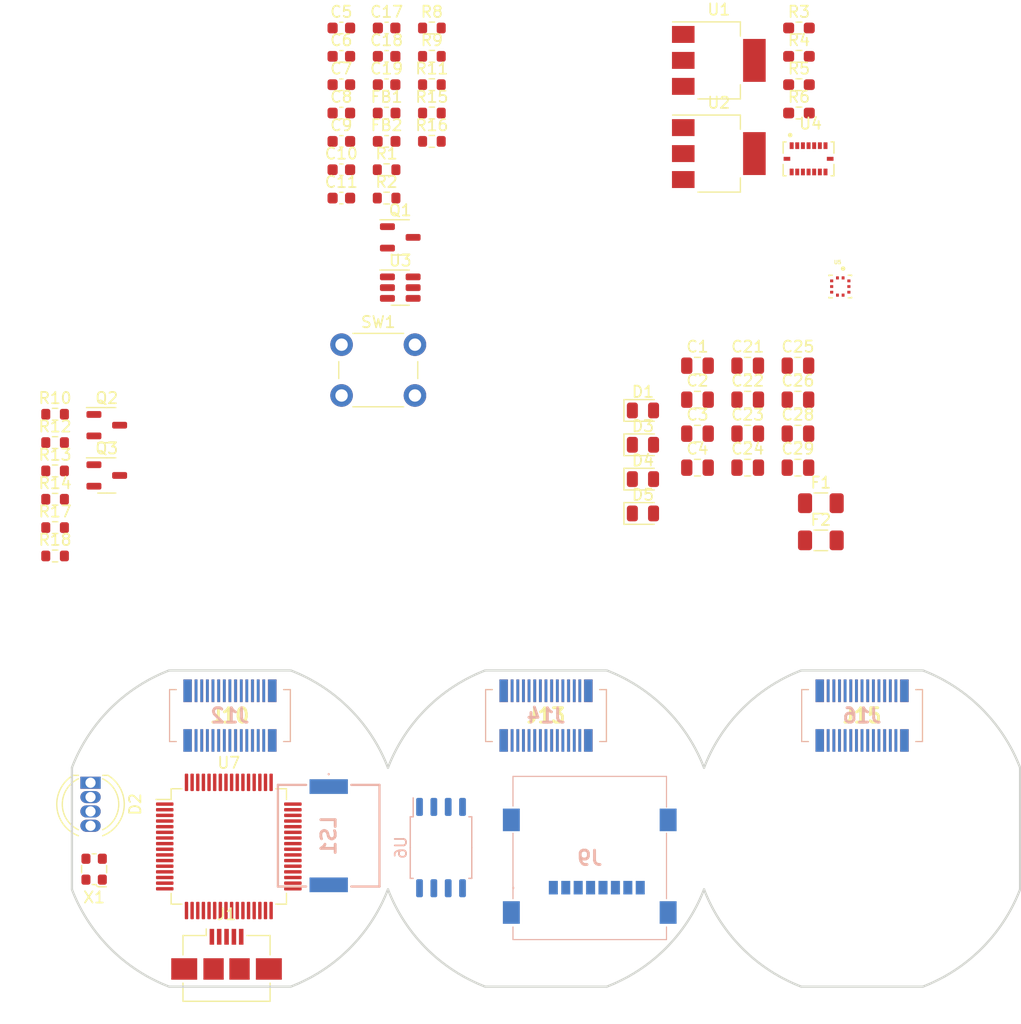
<source format=kicad_pcb>
(kicad_pcb (version 20221018) (generator pcbnew)
  (layers (0 "F.Cu" signal) (1 "In1.Cu" signal) (2 "In2.Cu" signal) (31 "B.Cu" signal) (34 "B.Paste" user) (35 "F.Paste" user) (36 "B.SilkS" user "B.Silkscreen") (37 "F.SilkS" user "F.Silkscreen") (38 "B.Mask" user) (39 "F.Mask" user) (44 "Edge.Cuts" user))
  (net 0 "")
  (net 1 "+12V")
  (net 2 "GND")
  (net 3 "+3V3")
  (net 4 "+5V")
  (net 5 "RESET")
  (net 6 "+3.3VA")
  (net 7 "Net-(U7-VCAP_2)")
  (net 8 "Net-(U7-VCAP_1)")
  (net 9 "VBUS")
  (net 10 "Net-(D3-A)")
  (net 11 "Net-(D4-A)")
  (net 12 "Net-(D5-A)")
  (net 13 "TOGGLED12V")
  (net 14 "Net-(Q1-D)")
  (net 15 "+12P")
  (net 16 "Net-(F2-Pad2)")
  (net 17 "USB CON D-")
  (net 18 "USB CON D+")
  (net 22 "CS SD")
  (net 23 "MOSI")
  (net 24 "SCK")
  (net 25 "MISO")
  (net 31 "BOOT0")
  (net 32 "USART2 TX")
  (net 33 "USART2 RX")
  (net 34 "SDA")
  (net 35 "SCL")
  (net 36 "SERVO1")
  (net 37 "SERVO2")
  (net 38 "SERVO3")
  (net 39 "SERVO4")
  (net 40 "ACCEL INT2")
  (net 41 "Net-(D2-K)")
  (net 42 "ACCEL INT1")
  (net 43 "P2 EN")
  (net 44 "GYRO INT3")
  (net 45 "PB14")
  (net 46 "GYRO INT4")
  (net 47 "PB15")
  (net 48 "BARO INT")
  (net 49 "BUZZER")
  (net 50 "Net-(U1-ADJ)")
  (net 51 "Net-(U2-ADJ)")
  (net 52 "Net-(R3-Pad2)")
  (net 53 "USB D+")
  (net 54 "USB D-")
  (net 57 "FLASH CS")
  (net 61 "OSCIN")
  (net 65 "BATT SENSE")
  (net 78 "LED BLUE")
  (net 79 "LED GREEN")
  (net 80 "LED RED")
  (net 84 "Net-(Q2-D)")
  (net 85 "P1 EN")
  (net 86 "Net-(Q3-D)")
  (net 87 "P2-")
  (net 88 "P1-")
  (footprint "Resistor_SMD:R_0603_1608Metric_Pad0.98x0.95mm_HandSolder" (layer "F.Cu") (at 171.66 36.2)
    (fp_text reference "R5" (at 0 -1.43) (layer "F.SilkS"))
    (fp_text value "240")
    (pad "1" smd roundrect (at -0.9125 0) (size 0.975 0.95) (layers "F.Cu" "F.Paste" "F.Mask") (net 3 "+3V3"))
    (pad "2" smd roundrect (at 0.9125 0) (size 0.975 0.95) (layers "F.Cu" "F.Paste" "F.Mask") (net 50 "Net-(U1-ADJ)"))
  )
  (footprint "Capacitor_SMD:C_0805_2012Metric" (layer "F.Cu") (at 171.57 61.08)
    (fp_text reference "C25" (at 0 -1.68) (layer "F.SilkS"))
    (fp_text value "1uf")
    (pad "1" smd roundrect (at -0.95 0) (size 1 1.45) (layers "F.Cu" "F.Paste" "F.Mask") (net 4 "+5V"))
    (pad "2" smd roundrect (at 0.95 0) (size 1 1.45) (layers "F.Cu" "F.Paste" "F.Mask") (net 2 "GND"))
  )
  (footprint "Package_TO_SOT_SMD:SOT-23-6" (layer "F.Cu") (at 136.34 54.17)
    (fp_text reference "U3" (at 0 -2.4) (layer "F.SilkS"))
    (fp_text value "USBLC6-2SC6")
    (pad "1" smd roundrect (at -1.1375 -0.95) (size 1.325 0.6) (layers "F.Cu" "F.Paste" "F.Mask") (net 17 "USB CON D-"))
    (pad "2" smd roundrect (at -1.1375 0) (size 1.325 0.6) (layers "F.Cu" "F.Paste" "F.Mask") (net 2 "GND"))
    (pad "3" smd roundrect (at -1.1375 0.95) (size 1.325 0.6) (layers "F.Cu" "F.Paste" "F.Mask") (net 18 "USB CON D+"))
    (pad "4" smd roundrect (at 1.1375 0.95) (size 1.325 0.6) (layers "F.Cu" "F.Paste" "F.Mask") (net 53 "USB D+"))
    (pad "5" smd roundrect (at 1.1375 0) (size 1.325 0.6) (layers "F.Cu" "F.Paste" "F.Mask") (net 9 "VBUS"))
    (pad "6" smd roundrect (at 1.1375 -0.95) (size 1.325 0.6) (layers "F.Cu" "F.Paste" "F.Mask") (net 54 "USB D-"))
  )
  (footprint "Package_TO_SOT_SMD:SOT-23-3" (layer "F.Cu") (at 136.34 49.72)
    (fp_text reference "Q1" (at 0 -2.4) (layer "F.SilkS"))
    (fp_text value "AO3401A")
    (pad "1" smd roundrect (at -1.1375 -0.95) (size 1.325 0.6) (layers "F.Cu" "F.Paste" "F.Mask") (net 2 "GND"))
    (pad "2" smd roundrect (at -1.1375 0.95) (size 1.325 0.6) (layers "F.Cu" "F.Paste" "F.Mask") (net 15 "+12P"))
    (pad "3" smd roundrect (at 1.1375 0) (size 1.325 0.6) (layers "F.Cu" "F.Paste" "F.Mask") (net 14 "Net-(Q1-D)"))
  )
  (footprint "LED_SMD:LED_0805_2012Metric" (layer "F.Cu") (at 157.84 74.165)
    (fp_text reference "D5" (at 0 -1.65) (layer "F.SilkS"))
    (fp_text value "LED")
    (pad "1" smd roundrect (at -0.9375 0) (size 0.975 1.4) (layers "F.Cu" "F.Paste" "F.Mask") (net 2 "GND"))
    (pad "2" smd roundrect (at 0.9375 0) (size 0.975 1.4) (layers "F.Cu" "F.Paste" "F.Mask") (net 12 "Net-(D5-A)"))
  )
  (footprint "SamacSys_Parts:AXK5S30347YG" (layer "F.Cu") (at 121.25 92.064835)
    (fp_text reference "J10" (at 0 0) (layer "F.SilkS") (effects (font (size 1.27 1.27) (thickness 0.254))))
    (fp_text value "AXK5S30347YG" hide)
    (pad "1" smd rect (at -3.75 2.2) (size 0.75 2) (layers "F.Cu" "F.Paste" "F.Mask") (net 3 "+3V3"))
    (pad "2" smd rect (at -3.75 -2.2) (size 0.75 2) (layers "F.Cu" "F.Paste" "F.Mask") (net 3 "+3V3"))
    (pad "3" smd rect (at -3 2.2) (size 0.25 2) (layers "F.Cu" "F.Paste" "F.Mask") (net 32 "USART2 TX"))
    (pad "4" smd rect (at -3 -2.2) (size 0.25 2) (layers "F.Cu" "F.Paste" "F.Mask") (net 4 "+5V"))
    (pad "5" smd rect (at -2.5 2.2) (size 0.25 2) (layers "F.Cu" "F.Paste" "F.Mask") (net 33 "USART2 RX"))
    (pad "6" smd rect (at -2.5 -2.2) (size 0.25 2) (layers "F.Cu" "F.Paste" "F.Mask") (net 4 "+5V"))
    (pad "7" smd rect (at -2 2.2) (size 0.25 2) (layers "F.Cu" "F.Paste" "F.Mask") (net 47 "PB15"))
    (pad "8" smd rect (at -2 -2.2) (size 0.25 2) (layers "F.Cu" "F.Paste" "F.Mask") (net 15 "+12P"))
    (pad "9" smd rect (at -1.5 2.2) (size 0.25 2) (layers "F.Cu" "F.Paste" "F.Mask") (net 34 "SDA"))
    (pad "10" smd rect (at -1.5 -2.2) (size 0.25 2) (layers "F.Cu" "F.Paste" "F.Mask") (net 15 "+12P"))
    (pad "11" smd rect (at -1 2.2) (size 0.25 2) (layers "F.Cu" "F.Paste" "F.Mask") (net 35 "SCL"))
    (pad "12" smd rect (at -1 -2.2) (size 0.25 2) (layers "F.Cu" "F.Paste" "F.Mask") (net 57 "FLASH CS"))
    (pad "13" smd rect (at -0.5 2.2) (size 0.25 2) (layers "F.Cu" "F.Paste" "F.Mask") (net 36 "SERVO1"))
    (pad "14" smd rect (at -0.5 -2.2) (size 0.25 2) (layers "F.Cu" "F.Paste" "F.Mask") (net 22 "CS SD"))
    (pad "15" smd rect (at 0 2.2) (size 0.25 2) (layers "F.Cu" "F.Paste" "F.Mask") (net 37 "SERVO2"))
    (pad "16" smd rect (at 0 -2.2) (size 0.25 2) (layers "F.Cu" "F.Paste" "F.Mask") (net 40 "ACCEL INT2"))
    (pad "17" smd rect (at 0.5 2.2) (size 0.25 2) (layers "F.Cu" "F.Paste" "F.Mask") (net 38 "SERVO3"))
    (pad "18" smd rect (at 0.5 -2.2) (size 0.25 2) (layers "F.Cu" "F.Paste" "F.Mask") (net 42 "ACCEL INT1"))
    (pad "19" smd rect (at 1 2.2) (size 0.25 2) (layers "F.Cu" "F.Paste" "F.Mask") (net 39 "SERVO4"))
    (pad "20" smd rect (at 1 -2.2) (size 0.25 2) (layers "F.Cu" "F.Paste" "F.Mask") (net 44 "GYRO INT3"))
    (pad "21" smd rect (at 1.5 2.2) (size 0.25 2) (layers "F.Cu" "F.Paste" "F.Mask") (net 24 "SCK"))
    (pad "22" smd rect (at 1.5 -2.2) (size 0.25 2) (layers "F.Cu" "F.Paste" "F.Mask") (net 46 "GYRO INT4"))
    (pad "23" smd rect (at 2 2.2) (size 0.25 2) (layers "F.Cu" "F.Paste" "F.Mask") (net 25 "MISO"))
    (pad "24" smd rect (at 2 -2.2) (size 0.25 2) (layers "F.Cu" "F.Paste" "F.Mask") (net 48 "BARO INT"))
    (pad "25" smd rect (at 2.5 2.2) (size 0.25 2) (layers "F.Cu" "F.Paste" "F.Mask") (net 23 "MOSI"))
    (pad "26" smd rect (at 2.5 -2.2) (size 0.25 2) (layers "F.Cu" "F.Paste" "F.Mask") (net 85 "P1 EN"))
    (pad "27" smd rect (at 3 2.2) (size 0.25 2) (layers "F.Cu" "F.Paste" "F.Mask") (net 45 "PB14"))
    (pad "28" smd rect (at 3 -2.2) (size 0.25 2) (layers "F.Cu" "F.Paste" "F.Mask") (net 43 "P2 EN"))
    (pad "29" smd rect (at 3.75 2.2) (size 0.75 2) (layers "F.Cu" "F.Paste" "F.Mask") (net 2 "GND"))
    (pad "30" smd rect (at 3.75 -2.2) (size 0.75 2) (layers "F.Cu" "F.Paste" "F.Mask") (net 2 "GND"))
  )
  (footprint "Capacitor_SMD:C_0603_1608Metric" (layer "F.Cu") (at 131.12 36.2)
    (fp_text reference "C7" (at 0 -1.43) (layer "F.SilkS"))
    (fp_text value "0.1uf")
    (pad "1" smd roundrect (at -0.775 0) (size 0.9 0.95) (layers "F.Cu" "F.Paste" "F.Mask") (net 3 "+3V3"))
    (pad "2" smd roundrect (at 0.775 0) (size 0.9 0.95) (layers "F.Cu" "F.Paste" "F.Mask") (net 2 "GND"))
  )
  (footprint "Fuse:Fuse_1206_3216Metric" (layer "F.Cu") (at 173.6 76.55)
    (fp_text reference "F2" (at 0 -1.82) (layer "F.SilkS"))
    (fp_text value "200ma")
    (pad "1" smd roundrect (at -1.4 0) (size 1.25 1.75) (layers "F.Cu" "F.Paste" "F.Mask") (roundrect_rratio 0.2) (net 15 "+12P"))
    (pad "2" smd roundrect (at 1.4 0) (size 1.25 1.75) (layers "F.Cu" "F.Paste" "F.Mask") (roundrect_rratio 0.2) (net 16 "Net-(F2-Pad2)"))
  )
  (footprint "Capacitor_SMD:C_0805_2012Metric" (layer "F.Cu") (at 171.57 70.11)
    (fp_text reference "C29" (at 0 -1.68) (layer "F.SilkS"))
    (fp_text value "1uf")
    (pad "1" smd roundrect (at -0.95 0) (size 1 1.45) (layers "F.Cu" "F.Paste" "F.Mask") (net 8 "Net-(U7-VCAP_1)"))
    (pad "2" smd roundrect (at 0.95 0) (size 1 1.45) (layers "F.Cu" "F.Paste" "F.Mask") (net 2 "GND"))
  )
  (footprint "Capacitor_SMD:C_0603_1608Metric" (layer "F.Cu") (at 131.12 33.69)
    (fp_text reference "C6" (at 0 -1.43) (layer "F.SilkS"))
    (fp_text value "0.1uf")
    (pad "1" smd roundrect (at -0.775 0) (size 0.9 0.95) (layers "F.Cu" "F.Paste" "F.Mask") (net 3 "+3V3"))
    (pad "2" smd roundrect (at 0.775 0) (size 0.9 0.95) (layers "F.Cu" "F.Paste" "F.Mask") (net 2 "GND"))
  )
  (footprint "Resistor_SMD:R_0603_1608Metric" (layer "F.Cu") (at 105.76 67.89)
    (fp_text reference "R12" (at 0 -1.43) (layer "F.SilkS"))
    (fp_text value "6k")
    (pad "1" smd roundrect (at -0.825 0) (size 0.8 0.95) (layers "F.Cu" "F.Paste" "F.Mask") (net 65 "BATT SENSE"))
    (pad "2" smd roundrect (at 0.825 0) (size 0.8 0.95) (layers "F.Cu" "F.Paste" "F.Mask") (net 2 "GND"))
  )
  (footprint "Resistor_SMD:R_0603_1608Metric_Pad0.98x0.95mm_HandSolder" (layer "F.Cu") (at 171.66 33.69)
    (fp_text reference "R4" (at 0 -1.43) (layer "F.SilkS"))
    (fp_text value "330")
    (pad "1" smd roundrect (at -0.9125 0) (size 0.975 0.95) (layers "F.Cu" "F.Paste" "F.Mask") (net 52 "Net-(R3-Pad2)"))
    (pad "2" smd roundrect (at 0.9125 0) (size 0.975 0.95) (layers "F.Cu" "F.Paste" "F.Mask") (net 2 "GND"))
  )
  (footprint "Capacitor_SMD:C_0805_2012Metric" (layer "F.Cu") (at 162.67 70.11)
    (fp_text reference "C4" (at 0 -1.68) (layer "F.SilkS"))
    (fp_text value "1uf")
    (pad "1" smd roundrect (at -0.95 0) (size 1 1.45) (layers "F.Cu" "F.Paste" "F.Mask") (net 4 "+5V"))
    (pad "2" smd roundrect (at 0.95 0) (size 1 1.45) (layers "F.Cu" "F.Paste" "F.Mask") (net 2 "GND"))
  )
  (footprint "Capacitor_SMD:C_0603_1608Metric" (layer "F.Cu") (at 135.13 36.2)
    (fp_text reference "C19" (at 0 -1.43) (layer "F.SilkS"))
    (fp_text value "0.1uf")
    (pad "1" smd roundrect (at -0.775 0) (size 0.9 0.95) (layers "F.Cu" "F.Paste" "F.Mask") (net 2 "GND"))
    (pad "2" smd roundrect (at 0.775 0) (size 0.9 0.95) (layers "F.Cu" "F.Paste" "F.Mask") (net 6 "+3.3VA"))
  )
  (footprint "Resistor_SMD:R_0603_1608Metric" (layer "F.Cu") (at 139.14 31.18)
    (fp_text reference "R8" (at 0 -1.43) (layer "F.SilkS"))
    (fp_text value "470")
    (pad "1" smd roundrect (at -0.825 0) (size 0.8 0.95) (layers "F.Cu" "F.Paste" "F.Mask") (net 11 "Net-(D4-A)"))
    (pad "2" smd roundrect (at 0.825 0) (size 0.8 0.95) (layers "F.Cu" "F.Paste" "F.Mask") (net 3 "+3V3"))
  )
  (footprint "LED_THT:LED_D5.0mm-4_RGB" (layer "F.Cu") (at 108.9 98.01 -90)
    (fp_text reference "D2" (at 1.905 -3.96 90) (layer "F.SilkS"))
    (fp_text value "LED_GKRB")
    (pad "1" thru_hole rect (at 0 0 270) (size 1.07 1.8) (drill 0.9) (layers "*.Cu" "*.Mask") (net 79 "LED GREEN"))
    (pad "2" thru_hole oval (at 1.27 0 270) (size 1.07 1.8) (drill 0.9) (layers "*.Cu" "*.Mask") (net 41 "Net-(D2-K)"))
    (pad "3" thru_hole oval (at 2.54 0 270) (size 1.07 1.8) (drill 0.9) (layers "*.Cu" "*.Mask") (net 80 "LED RED"))
    (pad "4" thru_hole oval (at 3.81 0 270) (size 1.07 1.8) (drill 0.9) (layers "*.Cu" "*.Mask") (net 78 "LED BLUE"))
  )
  (footprint "Capacitor_SMD:C_0603_1608Metric" (layer "F.Cu") (at 131.12 38.71)
    (fp_text reference "C8" (at 0 -1.43) (layer "F.SilkS"))
    (fp_text value "0.1uf")
    (pad "1" smd roundrect (at -0.775 0) (size 0.9 0.95) (layers "F.Cu" "F.Paste" "F.Mask") (net 3 "+3V3"))
    (pad "2" smd roundrect (at 0.775 0) (size 0.9 0.95) (layers "F.Cu" "F.Paste" "F.Mask") (net 2 "GND"))
  )
  (footprint "Package_TO_SOT_SMD:SOT-23-3" (layer "F.Cu") (at 110.34 66.35)
    (fp_text reference "Q2" (at 0 -2.4) (layer "F.SilkS"))
    (fp_text value "Q_NMOS_GSD")
    (pad "1" smd roundrect (at -1.1375 -0.95) (size 1.325 0.6) (layers "F.Cu" "F.Paste" "F.Mask") (net 43 "P2 EN"))
    (pad "2" smd roundrect (at -1.1375 0.95) (size 1.325 0.6) (layers "F.Cu" "F.Paste" "F.Mask") (net 2 "GND"))
    (pad "3" smd roundrect (at 1.1375 0) (size 1.325 0.6) (layers "F.Cu" "F.Paste" "F.Mask") (net 84 "Net-(Q2-D)"))
  )
  (footprint "Resistor_SMD:R_0603_1608Metric_Pad0.98x0.95mm_HandSolder" (layer "F.Cu") (at 171.66 31.18)
    (fp_text reference "R3" (at 0 -1.43) (layer "F.SilkS"))
    (fp_text value "400")
    (pad "1" smd roundrect (at -0.9125 0) (size 0.975 0.95) (layers "F.Cu" "F.Paste" "F.Mask") (net 51 "Net-(U2-ADJ)"))
    (pad "2" smd roundrect (at 0.9125 0) (size 0.975 0.95) (layers "F.Cu" "F.Paste" "F.Mask") (net 52 "Net-(R3-Pad2)"))
  )
  (footprint "Package_TO_SOT_SMD:SOT-23-3" (layer "F.Cu") (at 110.34 70.8)
    (fp_text reference "Q3" (at 0 -2.4) (layer "F.SilkS"))
    (fp_text value "Q_NMOS_GSD")
    (pad "1" smd roundrect (at -1.1375 -0.95) (size 1.325 0.6) (layers "F.Cu" "F.Paste" "F.Mask") (net 85 "P1 EN"))
    (pad "2" smd roundrect (at -1.1375 0.95) (size 1.325 0.6) (layers "F.Cu" "F.Paste" "F.Mask") (net 2 "GND"))
    (pad "3" smd roundrect (at 1.1375 0) (size 1.325 0.6) (layers "F.Cu" "F.Paste" "F.Mask") (net 86 "Net-(Q3-D)"))
  )
  (footprint "Oscillator:Oscillator_SMD_ECS_2520MV-xxx-xx-4Pin_2.5x2.0mm" (layer "F.Cu") (at 109.22 105.664 180)
    (fp_text reference "X1" (at 0 -2.5) (layer "F.SilkS"))
    (fp_text value "ECS-2520MV-xxx-xx")
    (pad "1" smd roundrect (at -0.725 -0.925 180) (size 0.8 0.9) (layers "F.Cu" "F.Paste" "F.Mask") (net 6 "+3.3VA"))
    (pad "2" smd roundrect (at -0.725 0.925 180) (size 0.8 0.9) (layers "F.Cu" "F.Paste" "F.Mask") (net 2 "GND"))
    (pad "3" smd roundrect (at 0.725 0.925 180) (size 0.8 0.9) (layers "F.Cu" "F.Paste" "F.Mask") (net 61 "OSCIN"))
    (pad "4" smd roundrect (at 0.725 -0.925 180) (size 0.8 0.9) (layers "F.Cu" "F.Paste" "F.Mask") (net 6 "+3.3VA"))
  )
  (footprint "Resistor_SMD:R_0603_1608Metric" (layer "F.Cu") (at 139.14 36.2)
    (fp_text reference "R11" (at 0 -1.43) (layer "F.SilkS"))
    (fp_text value "470")
    (pad "1" smd roundrect (at -0.825 0) (size 0.8 0.95) (layers "F.Cu" "F.Paste" "F.Mask") (net 10 "Net-(D3-A)"))
    (pad "2" smd roundrect (at 0.825 0) (size 0.8 0.95) (layers "F.Cu" "F.Paste" "F.Mask") (net 3 "+3V3"))
  )
  (footprint "Capacitor_SMD:C_0603_1608Metric" (layer "F.Cu") (at 131.12 43.73)
    (fp_text reference "C10" (at 0 -1.43) (layer "F.SilkS"))
    (fp_text value "0.1uf")
    (pad "1" smd roundrect (at -0.775 0) (size 0.9 0.95) (layers "F.Cu" "F.Paste" "F.Mask") (net 2 "GND"))
    (pad "2" smd roundrect (at 0.775 0) (size 0.9 0.95) (layers "F.Cu" "F.Paste" "F.Mask") (net 3 "+3V3"))
  )
  (footprint "Capacitor_SMD:C_0805_2012Metric" (layer "F.Cu") (at 162.67 67.1)
    (fp_text reference "C3" (at 0 -1.68) (layer "F.SilkS"))
    (fp_text value "1uf")
    (pad "1" smd roundrect (at -0.95 0) (size 1 1.45) (layers "F.Cu" "F.Paste" "F.Mask") (net 3 "+3V3"))
    (pad "2" smd roundrect (at 0.95 0) (size 1 1.45) (layers "F.Cu" "F.Paste" "F.Mask") (net 2 "GND"))
  )
  (footprint "Diode_SMD:D_0805_2012Metric" (layer "F.Cu") (at 157.84 65.045)
    (fp_text reference "D1" (at 0 -1.65) (layer "F.SilkS"))
    (fp_text value "D_Small")
    (pad "1" smd roundrect (at -0.9375 0) (size 0.975 1.4) (layers "F.Cu" "F.Paste" "F.Mask") (net 1 "+12V"))
    (pad "2" smd roundrect (at 0.9375 0) (size 0.975 1.4) (layers "F.Cu" "F.Paste" "F.Mask") (net 9 "VBUS"))
  )
  (footprint "Resistor_SMD:R_0603_1608Metric" (layer "F.Cu") (at 105.76 65.38)
    (fp_text reference "R10" (at 0 -1.43) (layer "F.SilkS"))
    (fp_text value "20k")
    (pad "1" smd roundrect (at -0.825 0) (size 0.8 0.95) (layers "F.Cu" "F.Paste" "F.Mask") (net 1 "+12V"))
    (pad "2" smd roundrect (at 0.825 0) (size 0.8 0.95) (layers "F.Cu" "F.Paste" "F.Mask") (net 65 "BATT SENSE"))
  )
  (footprint "Capacitor_SMD:C_0805_2012Metric" (layer "F.Cu") (at 171.57 67.1)
    (fp_text reference "C28" (at 0 -1.68) (layer "F.SilkS"))
    (fp_text value "2u2")
    (pad "1" smd roundrect (at -0.95 0) (size 1 1.45) (layers "F.Cu" "F.Paste" "F.Mask") (net 7 "Net-(U7-VCAP_2)"))
    (pad "2" smd roundrect (at 0.95 0) (size 1 1.45) (layers "F.Cu" "F.Paste" "F.Mask") (net 2 "GND"))
  )
  (footprint "Resistor_SMD:R_0603_1608Metric" (layer "F.Cu") (at 105.76 70.4)
    (fp_text reference "R13" (at 0 -1.43) (layer "F.SilkS"))
    (fp_text value "470")
    (pad "1" smd roundrect (at -0.825 0) (size 0.8 0.95) (layers "F.Cu" "F.Paste" "F.Mask") (net 2 "GND"))
    (pad "2" smd roundrect (at 0.825 0) (size 0.8 0.95) (layers "F.Cu" "F.Paste" "F.Mask") (net 43 "P2 EN"))
  )
  (footprint "SnapEDA Library:XDCR_BMP390L" (layer "F.Cu") (at 175.32 54.0725)
    (fp_text reference "U5" (at -0.234 -2.1532) (layer "F.SilkS") (effects (font (size 0.32 0.32))))
    (fp_text value "BMP390L")
    (pad "1" smd rect (at 0.25 -0.7625) (size 0.25 0.275) (layers "F.Cu" "F.Paste" "F.Mask") (net 3 "+3V3"))
    (pad "2" smd rect (at -0.25 -0.7625) (size 0.25 0.275) (layers "F.Cu" "F.Paste" "F.Mask") (net 35 "SCL"))
    (pad "3" smd rect (at -0.7625 -0.5) (size 0.275 0.25) (layers "F.Cu" "F.Paste" "F.Mask") (net 2 "GND"))
    (pad "4" smd rect (at -0.7625 0) (size 0.275 0.25) (layers "F.Cu" "F.Paste" "F.Mask") (net 34 "SDA"))
    (pad "5" smd rect (at -0.7625 0.5) (size 0.275 0.25) (layers "F.Cu" "F.Paste" "F.Mask") (net 2 "GND"))
    (pad "6" smd rect (at -0.25 0.7625) (size 0.25 0.275) (layers "F.Cu" "F.Paste" "F.Mask") (net 3 "+3V3"))
    (pad "7" smd rect (at 0.25 0.7625) (size 0.25 0.275) (layers "F.Cu" "F.Paste" "F.Mask") (net 48 "BARO INT"))
    (pad "8" smd rect (at 0.7625 0.5) (size 0.275 0.25) (layers "F.Cu" "F.Paste" "F.Mask") (net 2 "GND"))
    (pad "9" smd rect (at 0.7625 0) (size 0.275 0.25) (layers "F.Cu" "F.Paste" "F.Mask") (net 2 "GND"))
    (pad "10" smd rect (at 0.7625 -0.5) (size 0.275 0.25) (layers "F.Cu" "F.Paste" "F.Mask") (net 3 "+3V3"))
  )
  (footprint "SamacSys_Parts:AXK5S30347YG" (layer "F.Cu") (at 149.25 92.064835)
    (fp_text reference "J13" (at 0 0) (layer "F.SilkS") (effects (font (size 1.27 1.27) (thickness 0.254))))
    (fp_text value "AXK5S30347YG" hide)
    (pad "1" smd rect (at -3.75 2.2) (size 0.75 2) (layers "F.Cu" "F.Paste" "F.Mask") (net 3 "+3V3"))
    (pad "2" smd rect (at -3.75 -2.2) (size 0.75 2) (layers "F.Cu" "F.Paste" "F.Mask") (net 3 "+3V3"))
    (pad "3" smd rect (at -3 2.2) (size 0.25 2) (layers "F.Cu" "F.Paste" "F.Mask") (net 32 "USART2 TX"))
    (pad "4" smd rect (at -3 -2.2) (size 0.25 2) (layers "F.Cu" "F.Paste" "F.Mask") (net 4 "+5V"))
    (pad "5" smd rect (at -2.5 2.2) (size 0.25 2) (layers "F.Cu" "F.Paste" "F.Mask") (net 33 "USART2 RX"))
    (pad "6" smd rect (at -2.5 -2.2) (size 0.25 2) (layers "F.Cu" "F.Paste" "F.Mask") (net 4 "+5V"))
    (pad "7" smd rect (at -2 2.2) (size 0.25 2) (layers "F.Cu" "F.Paste" "F.Mask") (net 47 "PB15"))
    (pad "8" smd rect (at -2 -2.2) (size 0.25 2) (layers "F.Cu" "F.Paste" "F.Mask") (net 15 "+12P"))
    (pad "9" smd rect (at -1.5 2.2) (size 0.25 2) (layers "F.Cu" "F.Paste" "F.Mask") (net 34 "SDA"))
    (pad "10" smd rect (at -1.5 -2.2) (size 0.25 2) (layers "F.Cu" "F.Paste" "F.Mask") (net 15 "+12P"))
    (pad "11" smd rect (at -1 2.2) (size 0.25 2) (layers "F.Cu" "F.Paste" "F.Mask") (net 35 "SCL"))
    (pad "12" smd rect (at -1 -2.2) (size 0.25 2) (layers "F.Cu" "F.Paste" "F.Mask") (net 57 "FLASH CS"))
    (pad "13" smd rect (at -0.5 2.2) (size 0.25 2) (layers "F.Cu" "F.Paste" "F.Mask") (net 36 "SERVO1"))
    (pad "14" smd rect (at -0.5 -2.2) (size 0.25 2) (layers "F.Cu" "F.Paste" "F.Mask") (net 22 "CS SD"))
    (pad "15" smd rect (at 0 2.2) (size 0.25 2) (layers "F.Cu" "F.Paste" "F.Mask") (net 37 "SERVO2"))
    (pad "16" smd rect (at 0 -2.2) (size 0.25 2) (layers "F.Cu" "F.Paste" "F.Mask") (net 40 "ACCEL INT2"))
    (pad "17" smd rect (at 0.5 2.2) (size 0.25 2) (layers "F.Cu" "F.Paste" "F.Mask") (net 38 "SERVO3"))
    (pad "18" smd rect (at 0.5 -2.2) (size 0.25 2) (layers "F.Cu" "F.Paste" "F.Mask") (net 42 "ACCEL INT1"))
    (pad "19" smd rect (at 1 2.2) (size 0.25 2) (layers "F.Cu" "F.Paste" "F.Mask") (net 39 "SERVO4"))
    (pad "20" smd rect (at 1 -2.2) (size 0.25 2) (layers "F.Cu" "F.Paste" "F.Mask") (net 44 "GYRO INT3"))
    (pad "21" smd rect (at 1.5 2.2) (size 0.25 2) (layers "F.Cu" "F.Paste" "F.Mask") (net 24 "SCK"))
    (pad "22" smd rect (at 1.5 -2.2) (size 0.25 2) (layers "F.Cu" "F.Paste" "F.Mask") (net 46 "GYRO INT4"))
    (pad "23" smd rect (at 2 2.2) (size 0.25 2) (layers "F.Cu" "F.Paste" "F.Mask") (net 25 "MISO"))
    (pad "24" smd rect (at 2 -2.2) (size 0.25 2) (layers "F.Cu" "F.Paste" "F.Mask") (net 48 "BARO INT"))
    (pad "25" smd rect (at 2.5 2.2) (size 0.25 2) (layers "F.Cu" "F.Paste" "F.Mask") (net 23 "MOSI"))
    (pad "26" smd rect (at 2.5 -2.2) (size 0.25 2) (layers "F.Cu" "F.Paste" "F.Mask") (net 85 "P1 EN"))
    (pad "27" smd rect (at 3 2.2) (size 0.25 2) (layers "F.Cu" "F.Paste" "F.Mask") (net 45 "PB14"))
    (pad "28" smd rect (at 3 -2.2) (size 0.25 2) (layers "F.Cu" "F.Paste" "F.Mask") (net 43 "P2 EN"))
    (pad "29" smd rect (at 3.75 2.2) (size 0.75 2) (layers "F.Cu" "F.Paste" "F.Mask") (net 2 "GND"))
    (pad "30" smd rect (at 3.75 -2.2) (size 0.75 2) (layers "F.Cu" "F.Paste" "F.Mask") (net 2 "GND"))
  )
  (footprint "Resistor_SMD:R_0603_1608Metric" (layer "F.Cu") (at 105.76 72.91)
    (fp_text reference "R14" (at 0 -1.43) (layer "F.SilkS"))
    (fp_text value "10")
    (pad "1" smd roundrect (at -0.825 0) (size 0.8 0.95) (layers "F.Cu" "F.Paste" "F.Mask") (net 87 "P2-"))
    (pad "2" smd roundrect (at 0.825 0) (size 0.8 0.95) (layers "F.Cu" "F.Paste" "F.Mask") (net 84 "Net-(Q2-D)"))
  )
  (footprint "Resistor_SMD:R_0603_1608Metric_Pad0.98x0.95mm_HandSolder" (layer "F.Cu") (at 171.66 38.71)
    (fp_text reference "R6" (at 0 -1.43) (layer "F.SilkS"))
    (fp_text value "240")
    (pad "1" smd roundrect (at -0.9125 0) (size 0.975 0.95) (layers "F.Cu" "F.Paste" "F.Mask") (net 4 "+5V"))
    (pad "2" smd roundrect (at 0.9125 0) (size 0.975 0.95) (layers "F.Cu" "F.Paste" "F.Mask") (net 51 "Net-(U2-ADJ)"))
  )
  (footprint "LED_SMD:LED_0805_2012Metric" (layer "F.Cu") (at 157.84 68.085)
    (fp_text reference "D3" (at 0 -1.65) (layer "F.SilkS"))
    (fp_text value "LED")
    (pad "1" smd roundrect (at -0.9375 0) (size 0.975 1.4) (layers "F.Cu" "F.Paste" "F.Mask") (net 2 "GND"))
    (pad "2" smd roundrect (at 0.9375 0) (size 0.975 1.4) (layers "F.Cu" "F.Paste" "F.Mask") (net 10 "Net-(D3-A)"))
  )
  (footprint "Capacitor_SMD:C_0805_2012Metric" (layer "F.Cu") (at 162.67 64.09)
    (fp_text reference "C2" (at 0 -1.68) (layer "F.SilkS"))
    (fp_text value "0.1uf")
    (pad "1" smd roundrect (at -0.95 0) (size 1 1.45) (layers "F.Cu" "F.Paste" "F.Mask") (net 1 "+12V"))
    (pad "2" smd roundrect (at 0.95 0) (size 1 1.45) (layers "F.Cu" "F.Paste" "F.Mask") (net 2 "GND"))
  )
  (footprint "SnapEDA Library:PQFN50P450X300X100-16N" (layer "F.Cu") (at 172.51 42.765)
    (fp_text reference "U4" (at 0.178 -3.121) (layer "F.SilkS"))
    (fp_text value "BMI088")
    (pad "1" smd rect (at -1.5 -1.165 270) (size 0.59 0.35) (layers "F.Cu" "F.Paste" "F.Mask") (net 40 "ACCEL INT2"))
    (pad "2" smd rect (at -1 -1.165 270) (size 0.59 0.35) (layers "F.Cu" "F.Paste" "F.Mask"))
    (pad "3" smd rect (at -0.5 -1.165 270) (size 0.59 0.35) (layers "F.Cu" "F.Paste" "F.Mask") (net 3 "+3V3"))
    (pad "4" smd rect (at 0 -1.165 270) (size 0.59 0.35) (layers "F.Cu" "F.Paste" "F.Mask") (net 2 "GND"))
    (pad "5" smd rect (at 0.5 -1.165 270) (size 0.59 0.35) (layers "F.Cu" "F.Paste" "F.Mask"))
    (pad "6" smd rect (at 1 -1.165 270) (size 0.59 0.35) (layers "F.Cu" "F.Paste" "F.Mask") (net 2 "GND"))
    (pad "7" smd rect (at 1.5 -1.165 270) (size 0.59 0.35) (layers "F.Cu" "F.Paste" "F.Mask") (net 3 "+3V3"))
    (pad "8" smd rect (at 1.915 0 180) (size 0.59 0.35) (layers "F.Cu" "F.Paste" "F.Mask") (net 35 "SCL"))
    (pad "9" smd rect (at 1.5 1.165 90) (size 0.59 0.35) (layers "F.Cu" "F.Paste" "F.Mask") (net 34 "SDA"))
    (pad "10" smd rect (at 1 1.165 90) (size 0.59 0.35) (layers "F.Cu" "F.Paste" "F.Mask") (net 2 "GND"))
    (pad "11" smd rect (at 0.5 1.165 90) (size 0.59 0.35) (layers "F.Cu" "F.Paste" "F.Mask") (net 3 "+3V3"))
    (pad "12" smd rect (at 0 1.165 90) (size 0.59 0.35) (layers "F.Cu" "F.Paste" "F.Mask") (net 44 "GYRO INT3"))
    (pad "13" smd rect (at -0.5 1.165 90) (size 0.59 0.35) (layers "F.Cu" "F.Paste" "F.Mask") (net 46 "GYRO INT4"))
    (pad "14" smd rect (at -1 1.165 90) (size 0.59 0.35) (layers "F.Cu" "F.Paste" "F.Mask") (net 3 "+3V3"))
    (pad "15" smd rect (at -1.5 1.165 90) (size 0.59 0.35) (layers "F.Cu" "F.Paste" "F.Mask") (net 2 "GND"))
    (pad "16" smd rect (at -1.915 0) (size 0.59 0.35) (layers "F.Cu" "F.Paste" "F.Mask") (net 42 "ACCEL INT1"))
  )
  (footprint "Capacitor_SMD:C_0805_2012Metric" (layer "F.Cu") (at 167.12 70.11)
    (fp_text reference "C24" (at 0 -1.68) (layer "F.SilkS"))
    (fp_text value "1uf")
    (pad "1" smd roundrect (at -0.95 0) (size 1 1.45) (layers "F.Cu" "F.Paste" "F.Mask") (net 3 "+3V3"))
    (pad "2" smd roundrect (at 0.95 0) (size 1 1.45) (layers "F.Cu" "F.Paste" "F.Mask") (net 2 "GND"))
  )
  (footprint "Capacitor_SMD:C_0603_1608Metric" (layer "F.Cu") (at 135.13 33.69)
    (fp_text reference "C18" (at 0 -1.43) (layer "F.SilkS"))
    (fp_text value "1uf")
    (pad "1" smd roundrect (at -0.775 0) (size 0.9 0.95) (layers "F.Cu" "F.Paste" "F.Mask") (net 2 "GND"))
    (pad "2" smd roundrect (at 0.775 0) (size 0.9 0.95) (layers "F.Cu" "F.Paste" "F.Mask") (net 6 "+3.3VA"))
  )
  (footprint "Resistor_SMD:R_0603_1608Metric" (layer "F.Cu") (at 135.13 46.24)
    (fp_text reference "R2" (at 0 -1.43) (layer "F.SilkS"))
    (fp_text value "1k5")
    (pad "1" smd roundrect (at -0.825 0) (size 0.8 0.95) (layers "F.Cu" "F.Paste" "F.Mask") (net 3 "+3V3"))
    (pad "2" smd roundrect (at 0.825 0) (size 0.8 0.95) (layers "F.Cu" "F.Paste" "F.Mask") (net 18 "USB CON D+"))
  )
  (footprint "Fuse:Fuse_1206_3216Metric" (layer "F.Cu") (at 173.6 73.26)
    (fp_text reference "F1" (at 0 -1.82) (layer "F.SilkS"))
    (fp_text value "1a")
    (pad "1" smd roundrect (at -1.4 0) (size 1.25 1.75) (layers "F.Cu" "F.Paste" "F.Mask") (roundrect_rratio 0.2) (net 13 "TOGGLED12V"))
    (pad "2" smd roundrect (at 1.4 0) (size 1.25 1.75) (layers "F.Cu" "F.Paste" "F.Mask") (roundrect_rratio 0.2) (net 14 "Net-(Q1-D)"))
  )
  (footprint "Capacitor_SMD:C_0805_2012Metric" (layer "F.Cu") (at 167.12 64.09)
    (fp_text reference "C22" (at 0 -1.68) (layer "F.SilkS"))
    (fp_text value "1uf")
    (pad "1" smd roundrect (at -0.95 0) (size 1 1.45) (layers "F.Cu" "F.Paste" "F.Mask") (net 4 "+5V"))
    (pad "2" smd roundrect (at 0.95 0) (size 1 1.45) (layers "F.Cu" "F.Paste" "F.Mask") (net 2 "GND"))
  )
  (footprint "LED_SMD:LED_0805_2012Metric" (layer "F.Cu") (at 157.84 71.125)
    (fp_text reference "D4" (at 0 -1.65) (layer "F.SilkS"))
    (fp_text value "LED")
    (pad "1" smd roundrect (at -0.9375 0) (size 0.975 1.4) (layers "F.Cu" "F.Paste" "F.Mask") (net 2 "GND"))
    (pad "2" smd roundrect (at 0.9375 0) (size 0.975 1.4) (layers "F.Cu" "F.Paste" "F.Mask") (net 11 "Net-(D4-A)"))
  )
  (footprint "Package_TO_SOT_SMD:SOT-223-3_TabPin2" (layer "F.Cu") (at 164.56 42.3)
    (fp_text reference "U2" (at 0 -4.5) (layer "F.SilkS"))
    (fp_text value "LM317_SOT-223")
    (pad "1" smd rect (at -3.15 -2.3) (size 2 1.5) (layers "F.Cu" "F.Paste" "F.Mask") (net 51 "Net-(U2-ADJ)"))
    (pad "2" smd rect (at -3.15 0) (size 2 1.5) (layers "F.Cu" "F.Paste" "F.Mask") (net 4 "+5V"))
    (pad "2" smd rect (at 3.15 0) (size 2 3.8) (layers "F.Cu" "F.Paste" "F.Mask") (net 4 "+5V"))
    (pad "3" smd rect (at -3.15 2.3) (size 2 1.5) (layers "F.Cu" "F.Paste" "F.Mask") (net 1 "+12V"))
  )
  (footprint "Capacitor_SMD:C_0603_1608Metric" (layer "F.Cu") (at 131.12 31.18)
    (fp_text reference "C5" (at 0 -1.43) (layer "F.SilkS"))
    (fp_text value "0.1uf")
    (pad "1" smd roundrect (at -0.775 0) (size 0.9 0.95) (layers "F.Cu" "F.Paste" "F.Mask") (net 3 "+3V3"))
    (pad "2" smd roundrect (at 0.775 0) (size 0.9 0.95) (layers "F.Cu" "F.Paste" "F.Mask") (net 2 "GND"))
  )
  (footprint "Capacitor_SMD:C_0603_1608Metric" (layer "F.Cu") (at 131.12 46.24)
    (fp_text reference "C11" (at 0 -1.43) (layer "F.SilkS"))
    (fp_text value "100nf")
    (pad "1" smd roundrect (at -0.775 0) (size 0.9 0.95) (layers "F.Cu" "F.Paste" "F.Mask") (net 2 "GND"))
    (pad "2" smd roundrect (at 0.775 0) (size 0.9 0.95) (layers "F.Cu" "F.Paste" "F.Mask") (net 5 "RESET"))
  )
  (footprint "Resistor_SMD:R_0603_1608Metric" (layer "F.Cu") (at 139.14 41.22)
    (fp_text reference "R16" (at 0 -1.43) (layer "F.SilkS"))
    (fp_text value "2k2")
    (pad "1" smd roundrect (at -0.825 0) (size 0.8 0.95) (layers "F.Cu" "F.Paste" "F.Mask") (net 3 "+3V3"))
    (pad "2" smd roundrect (at 0.825 0) (size 0.8 0.95) (layers "F.Cu" "F.Paste" "F.Mask") (net 34 "SDA"))
  )
  (footprint "Capacitor_SMD:C_0805_2012Metric" (layer "F.Cu") (at 162.67 61.08)
    (fp_text reference "C1" (at 0 -1.68) (layer "F.SilkS"))
    (fp_text value "0.1uf")
    (pad "1" smd roundrect (at -0.95 0) (size 1 1.45) (layers "F.Cu" "F.Paste" "F.Mask") (net 1 "+12V"))
    (pad "2" smd roundrect (at 0.95 0) (size 1 1.45) (layers "F.Cu" "F.Paste" "F.Mask") (net 2 "GND"))
  )
  (footprint "Connector_USB:USB_Micro-B_Amphenol_10104110_Horizontal" (layer "F.Cu") (at 120.95 113.2)
    (fp_text reference "J1" (at 0 -3.55) (layer "F.SilkS"))
    (fp_text value "USB_B_Micro")
    (pad "1" smd rect (at -1.3 -1.55) (size 0.4 1.4) (layers "F.Cu" "F.Paste" "F.Mask") (net 9 "VBUS"))
    (pad "2" smd rect (at -0.65 -1.55) (size 0.4 1.4) (layers "F.Cu" "F.Paste" "F.Mask") (net 17 "USB CON D-"))
    (pad "3" smd rect (at 0 -1.55) (size 0.4 1.4) (layers "F.Cu" "F.Paste" "F.Mask") (net 18 "USB CON D+"))
    (pad "4" smd rect (at 0.65 -1.55) (size 0.4 1.4) (layers "F.Cu" "F.Paste" "F.Mask"))
    (pad "5" smd rect (at 1.3 -1.55) (size 0.4 1.4) (layers "F.Cu" "F.Paste" "F.Mask") (net 2 "GND"))
    (pad "6" smd rect (at -3.75 1.3) (size 2.3 1.9) (layers "F.Cu" "F.Paste" "F.Mask"))
    (pad "6" smd rect (at -1.15 1.3) (size 1.8 1.9) (layers "F.Cu" "F.Paste" "F.Mask"))
    (pad "6" smd rect (at 1.15 1.3) (size 1.8 1.9) (layers "F.Cu" "F.Paste" "F.Mask"))
    (pad "6" smd rect (at 3.75 1.3) (size 2.3 1.9) (layers "F.Cu" "F.Paste" "F.Mask"))
  )
  (footprint "Package_TO_SOT_SMD:SOT-223-3_TabPin2" (layer "F.Cu") (at 164.56 34.05)
    (fp_text reference "U1" (at 0 -4.5) (layer "F.SilkS"))
    (fp_text value "LM317_SOT-223")
    (pad "1" smd rect (at -3.15 -2.3) (size 2 1.5) (layers "F.Cu" "F.Paste" "F.Mask") (net 50 "Net-(U1-ADJ)"))
    (pad "2" smd rect (at -3.15 0) (size 2 1.5) (layers "F.Cu" "F.Paste" "F.Mask") (net 3 "+3V3"))
    (pad "2" smd rect (at 3.15 0) (size 2 3.8) (layers "F.Cu" "F.Paste" "F.Mask") (net 3 "+3V3"))
    (pad "3" smd rect (at -3.15 2.3) (size 2 1.5) (layers "F.Cu" "F.Paste" "F.Mask") (net 1 "+12V"))
  )
  (footprint "Capacitor_SMD:C_0603_1608Metric" (layer "F.Cu") (at 135.13 31.18)
    (fp_text reference "C17" (at 0 -1.43) (layer "F.SilkS"))
    (fp_text value "1uf")
    (pad "1" smd roundrect (at -0.775 0) (size 0.9 0.95) (layers "F.Cu" "F.Paste" "F.Mask") (net 2 "GND"))
    (pad "2" smd roundrect (at 0.775 0) (size 0.9 0.95) (layers "F.Cu" "F.Paste" "F.Mask") (net 3 "+3V3"))
  )
  (footprint "Inductor_SMD:L_0603_1608Metric" (layer "F.Cu") (at 135.13 41.22)
    (fp_text reference "FB2" (at 0 -1.43) (layer "F.SilkS"))
    (fp_text value "600 @ 600MHz")
    (pad "1" smd roundrect (at -0.7875 0) (size 0.875 0.95) (layers "F.Cu" "F.Paste" "F.Mask") (net 6 "+3.3VA"))
    (pad "2" smd roundrect (at 0.7875 0) (size 0.875 0.95) (layers "F.Cu" "F.Paste" "F.Mask") (net 3 "+3V3"))
  )
  (footprint "Resistor_SMD:R_0603_1608Metric" (layer "F.Cu") (at 105.76 77.93)
    (fp_text reference "R18" (at 0 -1.43) (layer "F.SilkS"))
    (fp_text value "10")
    (pad "1" smd roundrect (at -0.825 0) (size 0.8 0.95) (layers "F.Cu" "F.Paste" "F.Mask") (net 88 "P1-"))
    (pad "2" smd roundrect (at 0.825 0) (size 0.8 0.95) (layers "F.Cu" "F.Paste" "F.Mask") (net 86 "Net-(Q3-D)"))
  )
  (footprint "Capacitor_SMD:C_0805_2012Metric" (layer "F.Cu") (at 167.12 67.1)
    (fp_text reference "C23" (at 0 -1.68) (layer "F.SilkS"))
    (fp_text value "1uf")
    (pad "1" smd roundrect (at -0.95 0) (size 1 1.45) (layers "F.Cu" "F.Paste" "F.Mask") (net 4 "+5V"))
    (pad "2" smd roundrect (at 0.95 0) (size 1 1.45) (layers "F.Cu" "F.Paste" "F.Mask") (net 2 "GND"))
  )
  (footprint "Resistor_SMD:R_0603_1608Metric" (layer "F.Cu") (at 135.13 43.73)
    (fp_text reference "R1" (at 0 -1.43) (layer "F.SilkS"))
    (fp_text value "400")
    (pad "1" smd roundrect (at -0.825 0) (size 0.8 0.95) (layers "F.Cu" "F.Paste" "F.Mask") (net 50 "Net-(U1-ADJ)"))
    (pad "2" smd roundrect (at 0.825 0) (size 0.8 0.95) (layers "F.Cu" "F.Paste" "F.Mask") (net 2 "GND"))
  )
  (footprint "Resistor_SMD:R_0603_1608Metric" (layer "F.Cu") (at 139.14 33.69)
    (fp_text reference "R9" (at 0 -1.43) (layer "F.SilkS"))
    (fp_text value "470")
    (pad "1" smd roundrect (at -0.825 0) (size 0.8 0.95) (layers "F.Cu" "F.Paste" "F.Mask") (net 12 "Net-(D5-A)"))
    (pad "2" smd roundrect (at 0.825 0) (size 0.8 0.95) (layers "F.Cu" "F.Paste" "F.Mask") (net 3 "+3V3"))
  )
  (footprint "Capacitor_SMD:C_0805_2012Metric" (layer "F.Cu") (at 171.57 64.09)
    (fp_text reference "C26" (at 0 -1.68) (layer "F.SilkS"))
    (fp_text value "1uf")
    (pad "1" smd roundrect (at -0.95 0) (size 1 1.45) (layers "F.Cu" "F.Paste" "F.Mask") (net 3 "+3V3"))
    (pad "2" smd roundrect (at 0.95 0) (size 1 1.45) (layers "F.Cu" "F.Paste" "F.Mask") (net 2 "GND"))
  )
  (footprint "SamacSys_Parts:AXK5S30347YG" (layer "F.Cu") (at 177.25 92.064835)
    (fp_text reference "J15" (at 0 0) (layer "F.SilkS") (effects (font (size 1.27 1.27) (thickness 0.254))))
    (fp_text value "AXK5S30347YG" hide)
    (pad "1" smd rect (at -3.75 2.2) (size 0.75 2) (layers "F.Cu" "F.Paste" "F.Mask") (net 3 "+3V3"))
    (pad "2" smd rect (at -3.75 -2.2) (size 0.75 2) (layers "F.Cu" "F.Paste" "F.Mask") (net 3 "+3V3"))
    (pad "3" smd rect (at -3 2.2) (size 0.25 2) (layers "F.Cu" "F.Paste" "F.Mask") (net 32 "USART2 TX"))
    (pad "4" smd rect (at -3 -2.2) (size 0.25 2) (layers "F.Cu" "F.Paste" "F.Mask") (net 4 "+5V"))
    (pad "5" smd rect (at -2.5 2.2) (size 0.25 2) (layers "F.Cu" "F.Paste" "F.Mask") (net 33 "USART2 RX"))
    (pad "6" smd rect (at -2.5 -2.2) (size 0.25 2) (layers "F.Cu" "F.Paste" "F.Mask") (net 4 "+5V"))
    (pad "7" smd rect (at -2 2.2) (size 0.25 2) (layers "F.Cu" "F.Paste" "F.Mask") (net 47 "PB15"))
    (pad "8" smd rect (at -2 -2.2) (size 0.25 2) (layers "F.Cu" "F.Paste" "F.Mask") (net 15 "+12P"))
    (pad "9" smd rect (at -1.5 2.2) (size 0.25 2) (layers "F.Cu" "F.Paste" "F.Mask") (net 34 "SDA"))
    (pad "10" smd rect (at -1.5 -2.2) (size 0.25 2) (layers "F.Cu" "F.Paste" "F.Mask") (net 15 "+12P"))
    (pad "11" smd rect (at -1 2.2) (size 0.25 2) (layers "F.Cu" "F.Paste" "F.Mask") (net 35 "SCL"))
    (pad "12" smd rect (at -1 -2.2) (size 0.25 2) (layers "F.Cu" "F.Paste" "F.Mask") (net 57 "FLASH CS"))
    (pad "13" smd rect (at -0.5 2.2) (size 0.25 2) (layers "F.Cu" "F.Paste" "F.Mask") (net 36 "SERVO1"))
    (pad "14" smd rect (at -0.5 -2.2) (size 0.25 2) (layers "F.Cu" "F.Paste" "F.Mask") (net 22 "CS SD"))
    (pad "15" smd rect (at 0 2.2) (size 0.25 2) (layers "F.Cu" "F.Paste" "F.Mask") (net 37 "SERVO2"))
    (pad "16" smd rect (at 0 -2.2) (size 0.25 2) (layers "F.Cu" "F.Paste" "F.Mask") (net 40 "ACCEL INT2"))
    (pad "17" smd rect (at 0.5 2.2) (size 0.25 2) (layers "F.Cu" "F.Paste" "F.Mask") (net 38 "SERVO3"))
    (pad "18" smd rect (at 0.5 -2.2) (size 0.25 2) (layers "F.Cu" "F.Paste" "F.Mask") (net 42 "ACCEL INT1"))
    (pad "19" smd rect (at 1 2.2) (size 0.25 2) (layers "F.Cu" "F.Paste" "F.Mask") (net 39 "SERVO4"))
    (pad "20" smd rect (at 1 -2.2) (size 0.25 2) (layers "F.Cu" "F.Paste" "F.Mask") (net 44 "GYRO INT3"))
    (pad "21" smd rect (at 1.5 2.2) (size 0.25 2) (layers "F.Cu" "F.Paste" "F.Mask") (net 24 "SCK"))
    (pad "22" smd rect (at 1.5 -2.2) (size 0.25 2) (layers "F.Cu" "F.Paste" "F.Mask") (net 46 "GYRO INT4"))
    (pad "23" smd rect (at 2 2.2) (size 0.25 2) (layers "F.Cu" "F.Paste" "F.Mask") (net 25 "MISO"))
    (pad "24" smd rect (at 2 -2.2) (size 0.25 2) (layers "F.Cu" "F.Paste" "F.Mask") (net 48 "BARO INT"))
    (pad "25" smd rect (at 2.5 2.2) (size 0.25 2) (layers "F.Cu" "F.Paste" "F.Mask") (net 23 "MOSI"))
    (pad "26" smd rect (at 2.5 -2.2) (size 0.25 2) (layers "F.Cu" "F.Paste" "F.Mask") (net 85 "P1 EN"))
    (pad "27" smd rect (at 3 2.2) (size 0.25 2) (layers "F.Cu" "F.Paste" "F.Mask") (net 45 "PB14"))
    (pad "28" smd rect (at 3 -2.2) (size 0.25 2) (layers "F.Cu" "F.Paste" "F.Mask") (net 43 "P2 EN"))
    (pad "29" smd rect (at 3.75 2.2) (size 0.75 2) (layers "F.Cu" "F.Paste" "F.Mask") (net 2 "GND"))
    (pad "30" smd rect (at 3.75 -2.2) (size 0.75 2) (layers "F.Cu" "F.Paste" "F.Mask") (net 2 "GND"))
  )
  (footprint "Resistor_SMD:R_0603_1608Metric" (layer "F.Cu") (at 105.76 75.42)
    (fp_text reference "R17" (at 0 -1.43) (layer "F.SilkS"))
    (fp_text value "470")
    (pad "1" smd roundrect (at -0.825 0) (size 0.8 0.95) (layers "F.Cu" "F.Paste" "F.Mask") (net 2 "GND"))
    (pad "2" smd roundrect (at 0.825 0) (size 0.8 0.95) (layers "F.Cu" "F.Paste" "F.Mask") (net 85 "P1 EN"))
  )
  (footprint "Resistor_SMD:R_0603_1608Metric" (layer "F.Cu") (at 139.14 38.71)
    (fp_text reference "R15" (at 0 -1.43) (layer "F.SilkS"))
    (fp_text value "2k2")
    (pad "1" smd roundrect (at -0.825 0) (size 0.8 0.95) (layers "F.Cu" "F.Paste" "F.Mask") (net 3 "+3V3"))
    (pad "2" smd roundrect (at 0.825 0) (size 0.8 0.95) (layers "F.Cu" "F.Paste" "F.Mask") (net 35 "SCL"))
  )
  (footprint "Button_Switch_THT:SW_PUSH_6mm" (layer "F.Cu") (at 131.14 59.22)
    (fp_text reference "SW1" (at 3.25 -2) (layer "F.SilkS"))
    (fp_text value "SW_MEC_5E")
    (pad "1" thru_hole circle (at 0 0 90) (size 2 2) (drill 1.1) (layers "*.Cu" "*.Mask") (net 2 "GND"))
    (pad "1" thru_hole circle (at 6.5 0 90) (size 2 2) (drill 1.1) (layers "*.Cu" "*.Mask") (net 2 "GND"))
    (pad "2" thru_hole circle (at 0 4.5 90) (size 2 2) (drill 1.1) (layers "*.Cu" "*.Mask") (net 5 "RESET"))
    (pad "2" thru_hole circle (at 6.5 4.5 90) (size 2 2) (drill 1.1) (layers "*.Cu" "*.Mask") (net 5 "RESET"))
  )
  (footprint "Package_QFP:LQFP-64_10x10mm_P0.5mm" (layer "F.Cu") (at 121.15 103.65)
    (fp_text reference "U7" (at 0 -7.4) (layer "F.SilkS"))
    (fp_text value "STM32F405RGTx")
    (pad "1" smd roundrect (at -5.675 -3.75) (size 1.55 0.3) (layers "F.Cu" "F.Paste" "F.Mask") (net 3 "+3V3"))
    (pad "2" smd roundrect (at -5.675 -3.25) (size 1.55 0.3) (layers "F.Cu" "F.Paste" "F.Mask"))
    (pad "3" smd roundrect (at -5.675 -2.75) (size 1.55 0.3) (layers "F.Cu" "F.Paste" "F.Mask"))
    (pad "4" smd roundrect (at -5.675 -2.25) (size 1.55 0.3) (layers "F.Cu" "F.Paste" "F.Mask"))
    (pad "5" smd roundrect (at -5.675 -1.75) (size 1.55 0.3) (layers "F.Cu" "F.Paste" "F.Mask") (net 61 "OSCIN"))
    (pad "6" smd roundrect (at -5.675 -1.25) (size 1.55 0.3) (layers "F.Cu" "F.Paste" "F.Mask"))
    (pad "7" smd roundrect (at -5.675 -0.75) (size 1.55 0.3) (layers "F.Cu" "F.Paste" "F.Mask") (net 5 "RESET"))
    (pad "8" smd roundrect (at -5.675 -0.25) (size 1.55 0.3) (layers "F.Cu" "F.Paste" "F.Mask"))
    (pad "9" smd roundrect (at -5.675 0.25) (size 1.55 0.3) (layers "F.Cu" "F.Paste" "F.Mask"))
    (pad "10" smd roundrect (at -5.675 0.75) (size 1.55 0.3) (layers "F.Cu" "F.Paste" "F.Mask"))
    (pad "11" smd roundrect (at -5.675 1.25) (size 1.55 0.3) (layers "F.Cu" "F.Paste" "F.Mask"))
    (pad "12" smd roundrect (at -5.675 1.75) (size 1.55 0.3) (layers "F.Cu" "F.Paste" "F.Mask") (net 2 "GND"))
    (pad "13" smd roundrect (at -5.675 2.25) (size 1.55 0.3) (layers "F.Cu" "F.Paste" "F.Mask") (net 6 "+3.3VA"))
    (pad "14" smd roundrect (at -5.675 2.75) (size 1.55 0.3) (layers "F.Cu" "F.Paste" "F.Mask"))
    (pad "15" smd roundrect (at -5.675 3.25) (size 1.55 0.3) (layers "F.Cu" "F.Paste" "F.Mask") (net 65 "BATT SENSE"))
    (pad "16" smd roundrect (at -5.675 3.75) (size 1.55 0.3) (layers "F.Cu" "F.Paste" "F.Mask") (net 32 "USART2 TX"))
    (pad "17" smd roundrect (at -3.75 5.675) (size 0.3 1.55) (layers "F.Cu" "F.Paste" "F.Mask") (net 33 "USART2 RX"))
    (pad "18" smd roundrect (at -3.25 5.675) (size 0.3 1.55) (layers "F.Cu" "F.Paste" "F.Mask") (net 2 "GND"))
    (pad "19" smd roundrect (at -2.75 5.675) (size 0.3 1.55) (layers "F.Cu" "F.Paste" "F.Mask") (net 3 "+3V3"))
    (pad "20" smd roundrect (at -2.25 5.675) (size 0.3 1.55) (layers "F.Cu" "F.Paste" "F.Mask"))
    (pad "21" smd roundrect (at -1.75 5.675) (size 0.3 1.55) (layers "F.Cu" "F.Paste" "F.Mask") (net 24 "SCK"))
    (pad "22" smd roundrect (at -1.25 5.675) (size 0.3 1.55) (layers "F.Cu" "F.Paste" "F.Mask") (net 25 "MISO"))
    (pad "23" smd roundrect (at -0.75 5.675) (size 0.3 1.55) (layers "F.Cu" "F.Paste" "F.Mask") (net 23 "MOSI"))
    (pad "24" smd roundrect (at -0.25 5.675) (size 0.3 1.55) (layers "F.Cu" "F.Paste" "F.Mask") (net 57 "FLASH CS"))
    (pad "25" smd roundrect (at 0.25 5.675) (size 0.3 1.55) (layers "F.Cu" "F.Paste" "F.Mask") (net 22 "CS SD"))
    (pad "26" smd roundrect (at 0.75 5.675) (size 0.3 1.55) (layers "F.Cu" "F.Paste" "F.Mask") (net 39 "SERVO4"))
    (pad "27" smd roundrect (at 1.25 5.675) (size 0.3 1.55) (layers "F.Cu" "F.Paste" "F.Mask") (net 40 "ACCEL INT2"))
    (pad "28" smd roundrect (at 1.75 5.675) (size 0.3 1.55) (layers "F.Cu" "F.Paste" "F.Mask") (net 42 "ACCEL INT1"))
    (pad "29" smd roundrect (at 2.25 5.675) (size 0.3 1.55) (layers "F.Cu" "F.Paste" "F.Mask") (net 35 "SCL"))
    (pad "30" smd roundrect (at 2.75 5.675) (size 0.3 1.55) (layers "F.Cu" "F.Paste" "F.Mask") (net 34 "SDA"))
    (pad "31" smd roundrect (at 3.25 5.675) (size 0.3 1.55) (layers "F.Cu" "F.Paste" "F.Mask") (net 8 "Net-(U7-VCAP_1)"))
    (pad "32" smd roundrect (at 3.75 5.675) (size 0.3 1.55) (layers "F.Cu" "F.Paste" "F.Mask") (net 3 "+3V3"))
    (pad "33" smd roundrect (at 5.675 3.75) (size 1.55 0.3) (layers "F.Cu" "F.Paste" "F.Mask") (net 85 "P1 EN"))
    (pad "34" smd roundrect (at 5.675 3.25) (size 1.55 0.3) (layers "F.Cu" "F.Paste" "F.Mask") (net 43 "P2 EN"))
    (pad "35" smd roundrect (at 5.675 2.75) (size 1.55 0.3) (layers "F.Cu" "F.Paste" "F.Mask") (net 45 "PB14"))
    (pad "36" smd roundrect (at 5.675 2.25) (size 1.55 0.3) (layers "F.Cu" "F.Paste" "F.Mask") (net 47 "PB15"))
    (pad "37" smd roundrect (at 5.675 1.75) (size 1.55 0.3) (layers "F.Cu" "F.Paste" "F.Mask") (net 36 "SERVO1"))
    (pad "38" smd roundrect (at 5.675 1.25) (size 1.55 0.3) (layers "F.Cu" "F.Paste" "F.Mask") (net 37 "SERVO2"))
    (pad "39" smd roundrect (at 5.675 0.75) (size 1.55 0.3) (layers "F.Cu" "F.Paste" "F.Mask"))
    (pad "40" smd roundrect (at 5.675 0.25) (size 1.55 0.3) (layers "F.Cu" "F.Paste" "F.Mask") (net 38 "SERVO3"))
    (pad "41" smd roundrect (at 5.675 -0.25) (size 1.55 0.3) (layers "F.Cu" "F.Paste" "F.Mask"))
    (pad "42" smd roundrect (at 5.675 -0.75) (size 1.55 0.3) (layers "F.Cu" "F.Paste" "F.Mask"))
    (pad "43" smd roundrect (at 5.675 -1.25) (size 1.55 0.3) (layers "F.Cu" "F.Paste" "F.Mask"))
    (pad "44" smd roundrect (at 5.675 -1.75) (size 1.55 0.3) (layers "F.Cu" "F.Paste" "F.Mask") (net 54 "USB D-"))
    (pad "45" smd roundrect (at 5.675 -2.25) (size 1.55 0.3) (layers "F.Cu" "F.Paste" "F.Mask") (net 53 "USB D+"))
    (pad "46" smd roundrect (at 5.675 -2.75) (size 1.55 0.3) (layers "F.Cu" "F.Paste" "F.Mask"))
    (pad "47" smd roundrect (at 5.675 -3.25) (size 1.55 0.3) (layers "F.Cu" "F.Paste" "F.Mask") (net 7 "Net-(U7-VCAP_2)"))
    (pad "48" smd roundrect (at 5.675 -3.75) (size 1.55 0.3) (layers "F.Cu" "F.Paste" "F.Mask") (net 3 "+3V3"))
    (pad "49" smd roundrect (at 3.75 -5.675) (size 0.3 1.55) (layers "F.Cu" "F.Paste" "F.Mask"))
    (pad "50" smd roundrect (at 3.25 -5.675) (size 0.3 1.55) (layers "F.Cu" "F.Paste" "F.Mask"))
    (pad "51" smd roundrect (at 2.75 -5.675) (size 0.3 1.55) (layers "F.Cu" "F.Paste" "F.Mask"))
    (pad "52" smd roundrect (at 2.25 -5.675) (size 0.3 1.55) (layers "F.Cu" "F.Paste" "F.Mask"))
    (pad "53" smd roundrect (at 1.75 -5.675) (size 0.3 1.55) (layers "F.Cu" "F.Paste" "F.Mask"))
    (pad "54" smd roundrect (at 1.25 -5.675) (size 0.3 1.55) (layers "F.Cu" "F.Paste" "F.Mask"))
    (pad "55" smd roundrect (at 0.75 -5.675) (size 0.3 1.55) (layers "F.Cu" "F.Paste" "F.Mask") (net 44 "GYRO INT3"))
    (pad "56" smd roundrect (at 0.25 -5.675) (size 0.3 1.55) (layers "F.Cu" "F.Paste" "F.Mask") (net 46 "GYRO INT4"))
    (pad "57" smd roundrect (at -0.25 -5.675) (size 0.3 1.55) (layers "F.Cu" "F.Paste" "F.Mask") (net 48 "BARO INT"))
    (pad "58" smd roundrect (at -0.75 -5.675) (size 0.3 1.55) (layers "F.Cu" "F.Paste" "F.Mask") (net 49 "BUZZER"))
    (pad "59" smd roundrect (at -1.25 -5.675) (size 0.3 1.55) (layers "F.Cu" "F.Paste" "F.Mask") (net 78 "LED BLUE"))
    (pad "60" smd roundrect (at -1.75 -5.675) (size 0.3 1.55) (layers "F.Cu" "F.Paste" "F.Mask") (net 31 "BOOT0"))
    (pad "61" smd roundrect (at -2.25 -5.675) (size 0.3 1.55) (layers "F.Cu" "F.Paste" "F.Mask") (net 79 "LED GREEN"))
    (pad "62" smd roundrect (at -2.75 -5.675) (size 0.3 1.55) (layers "F.Cu" "F.Paste" "F.Mask") (net 80 "LED RED"))
    (pad "63" smd roundrect (at -3.25 -5.675) (size 0.3 1.55) (layers "F.Cu" "F.Paste" "F.Mask") (net 2 "GND"))
    (pad "64" smd roundrect (at -3.75 -5.675) (size 0.3 1.55) (layers "F.Cu" "F.Paste" "F.Mask") (net 3 "+3V3"))
  )
  (footprint "Inductor_SMD:L_0603_1608Metric" (layer "F.Cu") (at 135.13 38.71)
    (fp_text reference "FB1" (at 0 -1.43) (layer "F.SilkS"))
    (fp_text value "600 @600mhz")
    (pad "1" smd roundrect (at -0.7875 0) (size 0.875 0.95) (layers "F.Cu" "F.Paste" "F.Mask") (net 16 "Net-(F2-Pad2)"))
    (pad "2" smd roundrect (at 0.7875 0) (size 0.875 0.95) (layers "F.Cu" "F.Paste" "F.Mask") (net 1 "+12V"))
  )
  (footprint "Capacitor_SMD:C_0603_1608Metric" (layer "F.Cu") (at 131.12 41.22)
    (fp_text reference "C9" (at 0 -1.43) (layer "F.SilkS"))
    (fp_text value "1uf")
    (pad "1" smd roundrect (at -0.775 0) (size 0.9 0.95) (layers "F.Cu" "F.Paste" "F.Mask") (net 2 "GND"))
    (pad "2" smd roundrect (at 0.775 0) (size 0.9 0.95) (layers "F.Cu" "F.Paste" "F.Mask") (net 3 "+3V3"))
  )
  (footprint "Capacitor_SMD:C_0805_2012Metric" (layer "F.Cu") (at 167.12 61.08)
    (fp_text reference "C21" (at 0 -1.68) (layer "F.SilkS"))
    (fp_text value "1uf")
    (pad "1" smd roundrect (at -0.95 0) (size 1 1.45) (layers "F.Cu" "F.Paste" "F.Mask") (net 3 "+3V3"))
    (pad "2" smd roundrect (at 0.95 0) (size 1 1.45) (layers "F.Cu" "F.Paste" "F.Mask") (net 2 "GND"))
  )
  (footprint "SamacSys_Parts:AXK5S30347YG" (layer "B.Cu") (at 177.25 92.064835 180)
    (fp_text reference "J16" (at 0 0) (layer "B.SilkS") (effects (font (size 1.27 1.27) (thickness 0.254)) (justify mirror)))
    (fp_text value "AXK5S30347YG" hide)
    (pad "1" smd rect (at -3.75 -2.2 180) (size 0.75 2) (layers "B.Cu" "B.Paste" "B.Mask") (net 3 "+3V3"))
    (pad "2" smd rect (at -3.75 2.2 180) (size 0.75 2) (layers "B.Cu" "B.Paste" "B.Mask") (net 3 "+3V3"))
    (pad "3" smd rect (at -3 -2.2 180) (size 0.25 2) (layers "B.Cu" "B.Paste" "B.Mask") (net 32 "USART2 TX"))
    (pad "4" smd rect (at -3 2.2 180) (size 0.25 2) (layers "B.Cu" "B.Paste" "B.Mask") (net 4 "+5V"))
    (pad "5" smd rect (at -2.5 -2.2 180) (size 0.25 2) (layers "B.Cu" "B.Paste" "B.Mask") (net 33 "USART2 RX"))
    (pad "6" smd rect (at -2.5 2.2 180) (size 0.25 2) (layers "B.Cu" "B.Paste" "B.Mask") (net 4 "+5V"))
    (pad "7" smd rect (at -2 -2.2 180) (size 0.25 2) (layers "B.Cu" "B.Paste" "B.Mask") (net 47 "PB15"))
    (pad "8" smd rect (at -2 2.2 180) (size 0.25 2) (layers "B.Cu" "B.Paste" "B.Mask") (net 15 "+12P"))
    (pad "9" smd rect (at -1.5 -2.2 180) (size 0.25 2) (layers "B.Cu" "B.Paste" "B.Mask") (net 34 "SDA"))
    (pad "10" smd rect (at -1.5 2.2 180) (size 0.25 2) (layers "B.Cu" "B.Paste" "B.Mask") (net 15 "+12P"))
    (pad "11" smd rect (at -1 -2.2 180) (size 0.25 2) (layers "B.Cu" "B.Paste" "B.Mask") (net 35 "SCL"))
    (pad "12" smd rect (at -1 2.2 180) (size 0.25 2) (layers "B.Cu" "B.Paste" "B.Mask") (net 57 "FLASH CS"))
    (pad "13" smd rect (at -0.5 -2.2 180) (size 0.25 2) (layers "B.Cu" "B.Paste" "B.Mask") (net 36 "SERVO1"))
    (pad "14" smd rect (at -0.5 2.2 180) (size 0.25 2) (layers "B.Cu" "B.Paste" "B.Mask") (net 22 "CS SD"))
    (pad "15" smd rect (at 0 -2.2 180) (size 0.25 2) (layers "B.Cu" "B.Paste" "B.Mask") (net 37 "SERVO2"))
    (pad "16" smd rect (at 0 2.2 180) (size 0.25 2) (layers "B.Cu" "B.Paste" "B.Mask") (net 40 "ACCEL INT2"))
    (pad "17" smd rect (at 0.5 -2.2 180) (size 0.25 2) (layers "B.Cu" "B.Paste" "B.Mask") (net 38 "SERVO3"))
    (pad "18" smd rect (at 0.5 2.2 180) (size 0.25 2) (layers "B.Cu" "B.Paste" "B.Mask") (net 42 "ACCEL INT1"))
    (pad "19" smd rect (at 1 -2.2 180) (size 0.25 2) (layers "B.Cu" "B.Paste" "B.Mask") (net 39 "SERVO4"))
    (pad "20" smd rect (at 1 2.2 180) (size 0.25 2) (layers "B.Cu" "B.Paste" "B.Mask") (net 44 "GYRO INT3"))
    (pad "21" smd rect (at 1.5 -2.2 180) (size 0.25 2) (layers "B.Cu" "B.Paste" "B.Mask") (net 24 "SCK"))
    (pad "22" smd rect (at 1.5 2.2 180) (size 0.25 2) (layers "B.Cu" "B.Paste" "B.Mask") (net 46 "GYRO INT4"))
    (pad "23" smd rect (at 2 -2.2 180) (size 0.25 2) (layers "B.Cu" "B.Paste" "B.Mask") (net 25 "MISO"))
    (pad "24" smd rect (at 2 2.2 180) (size 0.25 2) (layers "B.Cu" "B.Paste" "B.Mask") (net 48 "BARO INT"))
    (pad "25" smd rect (at 2.5 -2.2 180) (size 0.25 2) (layers "B.Cu" "B.Paste" "B.Mask") (net 23 "MOSI"))
    (pad "26" smd rect (at 2.5 2.2 180) (size 0.25 2) (layers "B.Cu" "B.Paste" "B.Mask") (net 85 "P1 EN"))
    (pad "27" smd rect (at 3 -2.2 180) (size 0.25 2) (layers "B.Cu" "B.Paste" "B.Mask") (net 45 "PB14"))
    (pad "28" smd rect (at 3 2.2 180) (size 0.25 2) (layers "B.Cu" "B.Paste" "B.Mask") (net 43 "P2 EN"))
    (pad "29" smd rect (at 3.75 -2.2 180) (size 0.75 2) (layers "B.Cu" "B.Paste" "B.Mask") (net 2 "GND"))
    (pad "30" smd rect (at 3.75 2.2 180) (size 0.75 2) (layers "B.Cu" "B.Paste" "B.Mask") (net 2 "GND"))
  )
  (footprint "SamacSys_Parts:AXK5S30347YG" (layer "B.Cu") (at 149.25 92.064835)
    (fp_text reference "J14" (at 0 0) (layer "B.SilkS") (effects (font (size 1.27 1.27) (thickness 0.254)) (justify mirror)))
    (fp_text value "AXK5S30347YG" hide)
    (pad "1" smd rect (at -3.75 -2.2) (size 0.75 2) (layers "B.Cu" "B.Paste" "B.Mask") (net 3 "+3V3"))
    (pad "2" smd rect (at -3.75 2.2) (size 0.75 2) (layers "B.Cu" "B.Paste" "B.Mask") (net 3 "+3V3"))
    (pad "3" smd rect (at -3 -2.2) (size 0.25 2) (layers "B.Cu" "B.Paste" "B.Mask") (net 32 "USART2 TX"))
    (pad "4" smd rect (at -3 2.2) (size 0.25 2) (layers "B.Cu" "B.Paste" "B.Mask") (net 4 "+5V"))
    (pad "5" smd rect (at -2.5 -2.2) (size 0.25 2) (layers "B.Cu" "B.Paste" "B.Mask") (net 33 "USART2 RX"))
    (pad "6" smd rect (at -2.5 2.2) (size 0.25 2) (layers "B.Cu" "B.Paste" "B.Mask") (net 4 "+5V"))
    (pad "7" smd rect (at -2 -2.2) (size 0.25 2) (layers "B.Cu" "B.Paste" "B.Mask") (net 47 "PB15"))
    (pad "8" smd rect (at -2 2.2) (size 0.25 2) (layers "B.Cu" "B.Paste" "B.Mask") (net 15 "+12P"))
    (pad "9" smd rect (at -1.5 -2.2) (size 0.25 2) (layers "B.Cu" "B.Paste" "B.Mask") (net 34 "SDA"))
    (pad "10" smd rect (at -1.5 2.2) (size 0.25 2) (layers "B.Cu" "B.Paste" "B.Mask") (net 15 "+12P"))
    (pad "11" smd rect (at -1 -2.2) (size 0.25 2) (layers "B.Cu" "B.Paste" "B.Mask") (net 35 "SCL"))
    (pad "12" smd rect (at -1 2.2) (size 0.25 2) (layers "B.Cu" "B.Paste" "B.Mask") (net 57 "FLASH CS"))
    (pad "13" smd rect (at -0.5 -2.2) (size 0.25 2) (layers "B.Cu" "B.Paste" "B.Mask") (net 36 "SERVO1"))
    (pad "14" smd rect (at -0.5 2.2) (size 0.25 2) (layers "B.Cu" "B.Paste" "B.Mask") (net 22 "CS SD"))
    (pad "15" smd rect (at 0 -2.2) (size 0.25 2) (layers "B.Cu" "B.Paste" "B.Mask") (net 37 "SERVO2"))
    (pad "16" smd rect (at 0 2.2) (size 0.25 2) (layers "B.Cu" "B.Paste" "B.Mask") (net 40 "ACCEL INT2"))
    (pad "17" smd rect (at 0.5 -2.2) (size 0.25 2) (layers "B.Cu" "B.Paste" "B.Mask") (net 38 "SERVO3"))
    (pad "18" smd rect (at 0.5 2.2) (size 0.25 2) (layers "B.Cu" "B.Paste" "B.Mask") (net 42 "ACCEL INT1"))
    (pad "19" smd rect (at 1 -2.2) (size 0.25 2) (layers "B.Cu" "B.Paste" "B.Mask") (net 39 "SERVO4"))
    (pad "20" smd rect (at 1 2.2) (size 0.25 2) (layers "B.Cu" "B.Paste" "B.Mask") (net 44 "GYRO INT3"))
    (pad "21" smd rect (at 1.5 -2.2) (size 0.25 2) (layers "B.Cu" "B.Paste" "B.Mask") (net 24 "SCK"))
    (pad "22" smd rect (at 1.5 2.2) (size 0.25 2) (layers "B.Cu" "B.Paste" "B.Mask") (net 46 "GYRO INT4"))
    (pad "23" smd rect (at 2 -2.2) (size 0.25 2) (layers "B.Cu" "B.Paste" "B.Mask") (net 25 "MISO"))
    (pad "24" smd rect (at 2 2.2) (size 0.25 2) (layers "B.Cu" "B.Paste" "B.Mask") (net 48 "BARO INT"))
    (pad "25" smd rect (at 2.5 -2.2) (size 0.25 2) (layers "B.Cu" "B.Paste" "B.Mask") (net 23 "MOSI"))
    (pad "26" smd rect (at 2.5 2.2) (size 0.25 2) (layers "B.Cu" "B.Paste" "B.Mask") (net 85 "P1 EN"))
    (pad "27" smd rect (at 3 -2.2) (size 0.25 2) (layers "B.Cu" "B.Paste" "B.Mask") (net 45 "PB14"))
    (pad "28" smd rect (at 3 2.2) (size 0.25 2) (layers "B.Cu" "B.Paste" "B.Mask") (net 43 "P2 EN"))
    (pad "29" smd rect (at 3.75 -2.2) (size 0.75 2) (layers "B.Cu" "B.Paste" "B.Mask") (net 2 "GND"))
    (pad "30" smd rect (at 3.75 2.2) (size 0.75 2) (layers "B.Cu" "B.Paste" "B.Mask") (net 2 "GND"))
  )
  (footprint "SamacSys_Parts:PKMCS0909E4000R1" (layer "B.Cu") (at 130 102.7 -90)
    (fp_text reference "LS1" (at 0 0 90) (layer "B.SilkS") (effects (font (size 1.27 1.27) (thickness 0.254)) (justify mirror)))
    (fp_text value "PKMCS0909E4000-R1" hide)
    (pad "1" smd rect (at -4.35 0 270) (size 1.3 3.4) (layers "B.Cu" "B.Paste" "B.Mask") (net 49 "BUZZER"))
    (pad "2" smd rect (at 4.35 0 270) (size 1.3 3.4) (layers "B.Cu" "B.Paste" "B.Mask") (net 2 "GND"))
  )
  (footprint "SamacSys_Parts:AXK5S30347YG" (layer "B.Cu") (at 121.25 92.064835)
    (fp_text reference "J12" (at 0 0) (layer "B.SilkS") (effects (font (size 1.27 1.27) (thickness 0.254)) (justify mirror)))
    (fp_text value "AXK5S30347YG" hide)
    (pad "1" smd rect (at -3.75 -2.2) (size 0.75 2) (layers "B.Cu" "B.Paste" "B.Mask") (net 3 "+3V3"))
    (pad "2" smd rect (at -3.75 2.2) (size 0.75 2) (layers "B.Cu" "B.Paste" "B.Mask") (net 3 "+3V3"))
    (pad "3" smd rect (at -3 -2.2) (size 0.25 2) (layers "B.Cu" "B.Paste" "B.Mask") (net 32 "USART2 TX"))
    (pad "4" smd rect (at -3 2.2) (size 0.25 2) (layers "B.Cu" "B.Paste" "B.Mask") (net 4 "+5V"))
    (pad "5" smd rect (at -2.5 -2.2) (size 0.25 2) (layers "B.Cu" "B.Paste" "B.Mask") (net 33 "USART2 RX"))
    (pad "6" smd rect (at -2.5 2.2) (size 0.25 2) (layers "B.Cu" "B.Paste" "B.Mask") (net 4 "+5V"))
    (pad "7" smd rect (at -2 -2.2) (size 0.25 2) (layers "B.Cu" "B.Paste" "B.Mask") (net 47 "PB15"))
    (pad "8" smd rect (at -2 2.2) (size 0.25 2) (layers "B.Cu" "B.Paste" "B.Mask") (net 15 "+12P"))
    (pad "9" smd rect (at -1.5 -2.2) (size 0.25 2) (layers "B.Cu" "B.Paste" "B.Mask") (net 34 "SDA"))
    (pad "10" smd rect (at -1.5 2.2) (size 0.25 2) (layers "B.Cu" "B.Paste" "B.Mask") (net 15 "+12P"))
    (pad "11" smd rect (at -1 -2.2) (size 0.25 2) (layers "B.Cu" "B.Paste" "B.Mask") (net 35 "SCL"))
    (pad "12" smd rect (at -1 2.2) (size 0.25 2) (layers "B.Cu" "B.Paste" "B.Mask") (net 57 "FLASH CS"))
    (pad "13" smd rect (at -0.5 -2.2) (size 0.25 2) (layers "B.Cu" "B.Paste" "B.Mask") (net 36 "SERVO1"))
    (pad "14" smd rect (at -0.5 2.2) (size 0.25 2) (layers "B.Cu" "B.Paste" "B.Mask") (net 22 "CS SD"))
    (pad "15" smd rect (at 0 -2.2) (size 0.25 2) (layers "B.Cu" "B.Paste" "B.Mask") (net 37 "SERVO2"))
    (pad "16" smd rect (at 0 2.2) (size 0.25 2) (layers "B.Cu" "B.Paste" "B.Mask") (net 40 "ACCEL INT2"))
    (pad "17" smd rect (at 0.5 -2.2) (size 0.25 2) (layers "B.Cu" "B.Paste" "B.Mask") (net 38 "SERVO3"))
    (pad "18" smd rect (at 0.5 2.2) (size 0.25 2) (layers "B.Cu" "B.Paste" "B.Mask") (net 42 "ACCEL INT1"))
    (pad "19" smd rect (at 1 -2.2) (size 0.25 2) (layers "B.Cu" "B.Paste" "B.Mask") (net 39 "SERVO4"))
    (pad "20" smd rect (at 1 2.2) (size 0.25 2) (layers "B.Cu" "B.Paste" "B.Mask") (net 44 "GYRO INT3"))
    (pad "21" smd rect (at 1.5 -2.2) (size 0.25 2) (layers "B.Cu" "B.Paste" "B.Mask") (net 24 "SCK"))
    (pad "22" smd rect (at 1.5 2.2) (size 0.25 2) (layers "B.Cu" "B.Paste" "B.Mask") (net 46 "GYRO INT4"))
    (pad "23" smd rect (at 2 -2.2) (size 0.25 2) (layers "B.Cu" "B.Paste" "B.Mask") (net 25 "MISO"))
    (pad "24" smd rect (at 2 2.2) (size 0.25 2) (layers "B.Cu" "B.Paste" "B.Mask") (net 48 "BARO INT"))
    (pad "25" smd rect (at 2.5 -2.2) (size 0.25 2) (layers "B.Cu" "B.Paste" "B.Mask") (net 23 "MOSI"))
    (pad "26" smd rect (at 2.5 2.2) (size 0.25 2) (layers "B.Cu" "B.Paste" "B.Mask") (net 85 "P1 EN"))
    (pad "27" smd rect (at 3 -2.2) (size 0.25 2) (layers "B.Cu" "B.Paste" "B.Mask") (net 45 "PB14"))
    (pad "28" smd rect (at 3 2.2) (size 0.25 2) (layers "B.Cu" "B.Paste" "B.Mask") (net 43 "P2 EN"))
    (pad "29" smd rect (at 3.75 -2.2) (size 0.75 2) (layers "B.Cu" "B.Paste" "B.Mask") (net 2 "GND"))
    (pad "30" smd rect (at 3.75 2.2) (size 0.75 2) (layers "B.Cu" "B.Paste" "B.Mask") (net 2 "GND"))
  )
  (footprint "Package_SO:SOIC-8_5.23x5.23mm_P1.27mm" (layer "B.Cu") (at 139.95 103.75 -90)
    (fp_text reference "U6" (at 0 3.56 90) (layer "B.SilkS") (effects (justify mirror)))
    (fp_text value "W25Q32JVSS")
    (pad "1" smd roundrect (at -3.6 1.905 270) (size 1.6 0.6) (layers "B.Cu" "B.Paste" "B.Mask") (net 57 "FLASH CS"))
    (pad "2" smd roundrect (at -3.6 0.635 270) (size 1.6 0.6) (layers "B.Cu" "B.Paste" "B.Mask") (net 25 "MISO"))
    (pad "3" smd roundrect (at -3.6 -0.635 270) (size 1.6 0.6) (layers "B.Cu" "B.Paste" "B.Mask") (net 3 "+3V3"))
    (pad "4" smd roundrect (at -3.6 -1.905 270) (size 1.6 0.6) (layers "B.Cu" "B.Paste" "B.Mask") (net 2 "GND"))
    (pad "5" smd roundrect (at 3.6 -1.905 270) (size 1.6 0.6) (layers "B.Cu" "B.Paste" "B.Mask") (net 23 "MOSI"))
    (pad "6" smd roundrect (at 3.6 -0.635 270) (size 1.6 0.6) (layers "B.Cu" "B.Paste" "B.Mask") (net 24 "SCK"))
    (pad "7" smd roundrect (at 3.6 0.635 270) (size 1.6 0.6) (layers "B.Cu" "B.Paste" "B.Mask") (net 3 "+3V3"))
    (pad "8" smd roundrect (at 3.6 1.905 270) (size 1.6 0.6) (layers "B.Cu" "B.Paste" "B.Mask") (net 3 "+3V3"))
  )
  (footprint "SamacSys_Parts:MEM20670218000A" (layer "B.Cu") (at 153.125 109.5 180)
    (fp_text reference "J9" (at 0 4.825) (layer "B.SilkS") (effects (font (size 1.27 1.27) (thickness 0.254)) (justify mirror)))
    (fp_text value "MEM2067-02-180-00-A" hide)
    (pad "MP1" smd rect (at -6.945 0 180) (size 1.5 2) (layers "B.Cu" "B.Paste" "B.Mask"))
    (pad "MP2" smd rect (at 6.945 0 180) (size 1.5 2) (layers "B.Cu" "B.Paste" "B.Mask"))
    (pad "MP3" smd rect (at 6.945 8.2 180) (size 1.5 2) (layers "B.Cu" "B.Paste" "B.Mask"))
    (pad "MP4" smd rect (at -6.945 8.2 180) (size 1.5 2) (layers "B.Cu" "B.Paste" "B.Mask"))
    (pad "P1" smd rect (at 3.225 2.2 180) (size 0.8 1.2) (layers "B.Cu" "B.Paste" "B.Mask"))
    (pad "P2" smd rect (at 2.125 2.2 180) (size 0.8 1.2) (layers "B.Cu" "B.Paste" "B.Mask") (net 22 "CS SD"))
    (pad "P3" smd rect (at 1.025 2.2 180) (size 0.8 1.2) (layers "B.Cu" "B.Paste" "B.Mask") (net 23 "MOSI"))
    (pad "P4" smd rect (at -0.075 2.2 180) (size 0.8 1.2) (layers "B.Cu" "B.Paste" "B.Mask") (net 3 "+3V3"))
    (pad "P5" smd rect (at -1.175 2.2 180) (size 0.8 1.2) (layers "B.Cu" "B.Paste" "B.Mask") (net 24 "SCK"))
    (pad "P6" smd rect (at -2.275 2.2 180) (size 0.8 1.2) (layers "B.Cu" "B.Paste" "B.Mask") (net 2 "GND"))
    (pad "P7" smd rect (at -3.375 2.2 180) (size 0.8 1.2) (layers "B.Cu" "B.Paste" "B.Mask") (net 25 "MISO"))
    (pad "P8" smd rect (at -4.475 2.2 180) (size 0.8 1.2) (layers "B.Cu" "B.Paste" "B.Mask"))
  )
  (gr_arc (start 135.25 107.45) (mid 131.856602 112.671437) (end 126.635165 116.064835) (stroke (width 0.2)) (layer "Edge.Cuts"))
  (gr_arc (start 115.864835 116.064835) (mid 110.643398 112.671437) (end 107.25 107.45) (stroke (width 0.2)) (layer "Edge.Cuts"))
  (gr_line (start 191.25 107.45) (end 191.25 96.67967) (stroke (width 0.2)) (layer "Edge.Cuts"))
  (gr_arc (start 182.635165 88.064835) (mid 187.856602 91.458233) (end 191.25 96.67967) (stroke (width 0.2)) (layer "Edge.Cuts"))
  (gr_line (start 182.635165 88.064835) (end 171.864835 88.064835) (stroke (width 0.2)) (layer "Edge.Cuts"))
  (gr_arc (start 191.25 107.45) (mid 187.856602 112.671437) (end 182.635165 116.064835) (stroke (width 0.2)) (layer "Edge.Cuts"))
  (gr_arc (start 154.635165 88.064835) (mid 159.856602 91.458233) (end 163.25 96.67967) (stroke (width 0.2)) (layer "Edge.Cuts"))
  (gr_line (start 154.635165 88.064835) (end 143.864835 88.064835) (stroke (width 0.2)) (layer "Edge.Cuts"))
  (gr_arc (start 163.25 96.67967) (mid 166.643398 91.458233) (end 171.864835 88.064835) (stroke (width 0.2)) (layer "Edge.Cuts"))
  (gr_line (start 126.635165 88.064835) (end 115.864835 88.064835) (stroke (width 0.2)) (layer "Edge.Cuts"))
  (gr_line (start 107.25 107.45) (end 107.25 96.67967) (stroke (width 0.2)) (layer "Edge.Cuts"))
  (gr_arc (start 171.864835 116.064835) (mid 166.643398 112.671437) (end 163.25 107.45) (stroke (width 0.2)) (layer "Edge.Cuts"))
  (gr_arc (start 143.864835 116.064835) (mid 138.643398 112.671437) (end 135.25 107.45) (stroke (width 0.2)) (layer "Edge.Cuts"))
  (gr_line (start 182.635165 116.064835) (end 171.864835 116.064835) (stroke (width 0.2)) (layer "Edge.Cuts"))
  (gr_arc (start 126.635165 88.064835) (mid 131.856603 91.458232) (end 135.25 96.67967) (stroke (width 0.2)) (layer "Edge.Cuts"))
  (gr_line (start 126.635165 116.064835) (end 115.864835 116.064835) (stroke (width 0.2)) (layer "Edge.Cuts"))
  (gr_arc (start 163.25 107.45) (mid 159.856602 112.671437) (end 154.635165 116.064835) (stroke (width 0.2)) (layer "Edge.Cuts"))
  (gr_line (start 154.635165 116.064835) (end 143.864835 116.064835) (stroke (width 0.2)) (layer "Edge.Cuts"))
  (gr_arc (start 107.25 96.67967) (mid 110.643398 91.458233) (end 115.864835 88.064835) (stroke (width 0.2)) (layer "Edge.Cuts"))
  (gr_arc (start 135.25 96.67967) (mid 138.643398 91.458233) (end 143.864835 88.064835) (stroke (width 0.2)) (layer "Edge.Cuts"))
)
</source>
